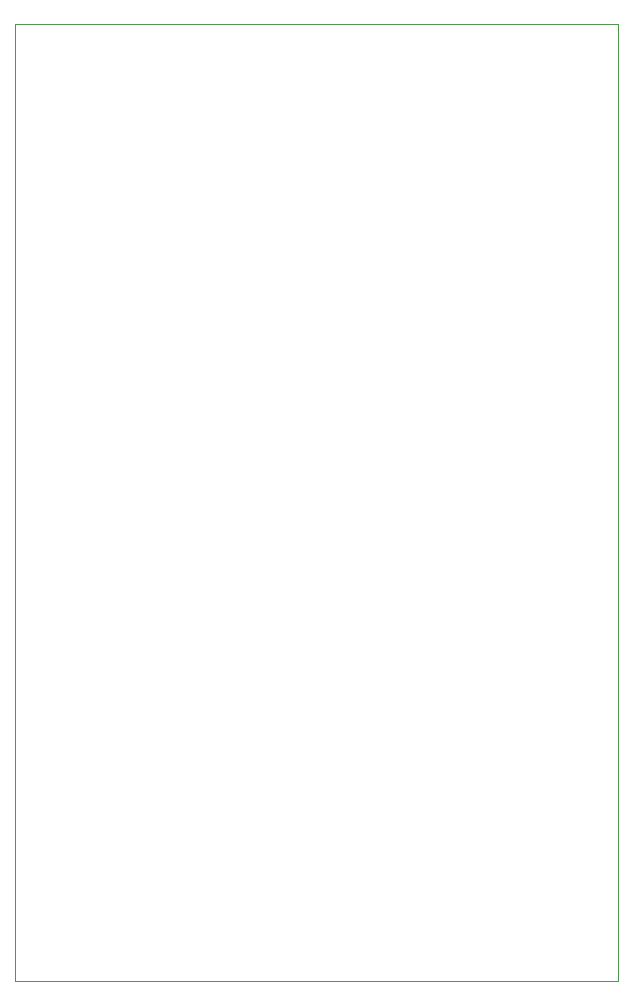
<source format=gm1>
G04 #@! TF.GenerationSoftware,KiCad,Pcbnew,(5.1.9-0-10_14)*
G04 #@! TF.CreationDate,2022-03-15T11:33:21-06:00*
G04 #@! TF.ProjectId,Full_Res_Board,46756c6c-5f52-4657-935f-426f6172642e,rev?*
G04 #@! TF.SameCoordinates,Original*
G04 #@! TF.FileFunction,Profile,NP*
%FSLAX46Y46*%
G04 Gerber Fmt 4.6, Leading zero omitted, Abs format (unit mm)*
G04 Created by KiCad (PCBNEW (5.1.9-0-10_14)) date 2022-03-15 11:33:21*
%MOMM*%
%LPD*%
G01*
G04 APERTURE LIST*
G04 #@! TA.AperFunction,Profile*
%ADD10C,0.050000*%
G04 #@! TD*
G04 APERTURE END LIST*
D10*
X168800000Y-50800000D02*
X117800000Y-50800000D01*
X168800000Y-131800000D02*
X168800000Y-50800000D01*
X117800000Y-131800000D02*
X168800000Y-131800000D01*
X117800000Y-50800000D02*
X117800000Y-131800000D01*
M02*

</source>
